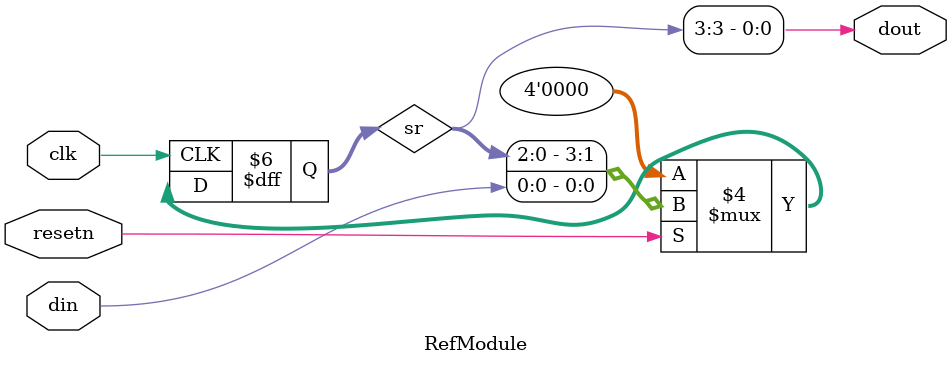
<source format=sv>

module RefModule (
  input clk,
  input resetn,
  input din,
  output dout
);

  reg [3:0] sr;
  always @(posedge clk) begin
    if (~resetn)
      sr <= '0;
    else
      sr <= {sr[2:0], din};
  end

  assign dout = sr[3];

endmodule


</source>
